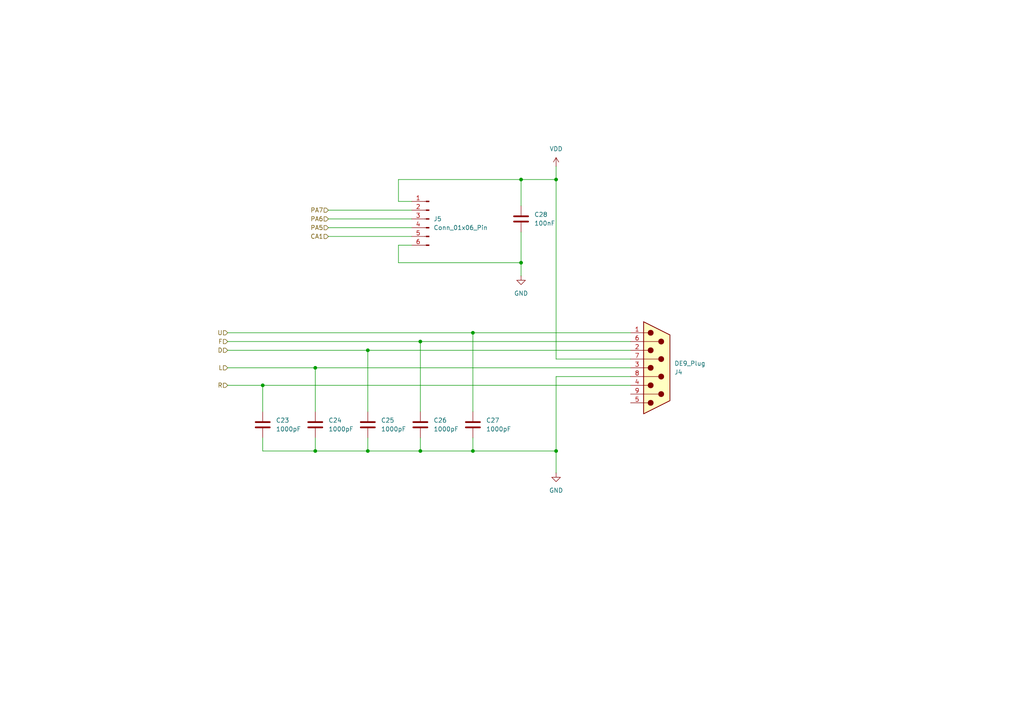
<source format=kicad_sch>
(kicad_sch
	(version 20231120)
	(generator "eeschema")
	(generator_version "8.0")
	(uuid "32322d67-646c-40bf-b73b-325a44e885a4")
	(paper "A4")
	(lib_symbols
		(symbol "Connector:Conn_01x06_Pin"
			(pin_names
				(offset 1.016) hide)
			(exclude_from_sim no)
			(in_bom yes)
			(on_board yes)
			(property "Reference" "J"
				(at 0 7.62 0)
				(effects
					(font
						(size 1.27 1.27)
					)
				)
			)
			(property "Value" "Conn_01x06_Pin"
				(at 0 -10.16 0)
				(effects
					(font
						(size 1.27 1.27)
					)
				)
			)
			(property "Footprint" ""
				(at 0 0 0)
				(effects
					(font
						(size 1.27 1.27)
					)
					(hide yes)
				)
			)
			(property "Datasheet" "~"
				(at 0 0 0)
				(effects
					(font
						(size 1.27 1.27)
					)
					(hide yes)
				)
			)
			(property "Description" "Generic connector, single row, 01x06, script generated"
				(at 0 0 0)
				(effects
					(font
						(size 1.27 1.27)
					)
					(hide yes)
				)
			)
			(property "ki_locked" ""
				(at 0 0 0)
				(effects
					(font
						(size 1.27 1.27)
					)
				)
			)
			(property "ki_keywords" "connector"
				(at 0 0 0)
				(effects
					(font
						(size 1.27 1.27)
					)
					(hide yes)
				)
			)
			(property "ki_fp_filters" "Connector*:*_1x??_*"
				(at 0 0 0)
				(effects
					(font
						(size 1.27 1.27)
					)
					(hide yes)
				)
			)
			(symbol "Conn_01x06_Pin_1_1"
				(polyline
					(pts
						(xy 1.27 -7.62) (xy 0.8636 -7.62)
					)
					(stroke
						(width 0.1524)
						(type default)
					)
					(fill
						(type none)
					)
				)
				(polyline
					(pts
						(xy 1.27 -5.08) (xy 0.8636 -5.08)
					)
					(stroke
						(width 0.1524)
						(type default)
					)
					(fill
						(type none)
					)
				)
				(polyline
					(pts
						(xy 1.27 -2.54) (xy 0.8636 -2.54)
					)
					(stroke
						(width 0.1524)
						(type default)
					)
					(fill
						(type none)
					)
				)
				(polyline
					(pts
						(xy 1.27 0) (xy 0.8636 0)
					)
					(stroke
						(width 0.1524)
						(type default)
					)
					(fill
						(type none)
					)
				)
				(polyline
					(pts
						(xy 1.27 2.54) (xy 0.8636 2.54)
					)
					(stroke
						(width 0.1524)
						(type default)
					)
					(fill
						(type none)
					)
				)
				(polyline
					(pts
						(xy 1.27 5.08) (xy 0.8636 5.08)
					)
					(stroke
						(width 0.1524)
						(type default)
					)
					(fill
						(type none)
					)
				)
				(rectangle
					(start 0.8636 -7.493)
					(end 0 -7.747)
					(stroke
						(width 0.1524)
						(type default)
					)
					(fill
						(type outline)
					)
				)
				(rectangle
					(start 0.8636 -4.953)
					(end 0 -5.207)
					(stroke
						(width 0.1524)
						(type default)
					)
					(fill
						(type outline)
					)
				)
				(rectangle
					(start 0.8636 -2.413)
					(end 0 -2.667)
					(stroke
						(width 0.1524)
						(type default)
					)
					(fill
						(type outline)
					)
				)
				(rectangle
					(start 0.8636 0.127)
					(end 0 -0.127)
					(stroke
						(width 0.1524)
						(type default)
					)
					(fill
						(type outline)
					)
				)
				(rectangle
					(start 0.8636 2.667)
					(end 0 2.413)
					(stroke
						(width 0.1524)
						(type default)
					)
					(fill
						(type outline)
					)
				)
				(rectangle
					(start 0.8636 5.207)
					(end 0 4.953)
					(stroke
						(width 0.1524)
						(type default)
					)
					(fill
						(type outline)
					)
				)
				(pin passive line
					(at 5.08 5.08 180)
					(length 3.81)
					(name "Pin_1"
						(effects
							(font
								(size 1.27 1.27)
							)
						)
					)
					(number "1"
						(effects
							(font
								(size 1.27 1.27)
							)
						)
					)
				)
				(pin passive line
					(at 5.08 2.54 180)
					(length 3.81)
					(name "Pin_2"
						(effects
							(font
								(size 1.27 1.27)
							)
						)
					)
					(number "2"
						(effects
							(font
								(size 1.27 1.27)
							)
						)
					)
				)
				(pin passive line
					(at 5.08 0 180)
					(length 3.81)
					(name "Pin_3"
						(effects
							(font
								(size 1.27 1.27)
							)
						)
					)
					(number "3"
						(effects
							(font
								(size 1.27 1.27)
							)
						)
					)
				)
				(pin passive line
					(at 5.08 -2.54 180)
					(length 3.81)
					(name "Pin_4"
						(effects
							(font
								(size 1.27 1.27)
							)
						)
					)
					(number "4"
						(effects
							(font
								(size 1.27 1.27)
							)
						)
					)
				)
				(pin passive line
					(at 5.08 -5.08 180)
					(length 3.81)
					(name "Pin_5"
						(effects
							(font
								(size 1.27 1.27)
							)
						)
					)
					(number "5"
						(effects
							(font
								(size 1.27 1.27)
							)
						)
					)
				)
				(pin passive line
					(at 5.08 -7.62 180)
					(length 3.81)
					(name "Pin_6"
						(effects
							(font
								(size 1.27 1.27)
							)
						)
					)
					(number "6"
						(effects
							(font
								(size 1.27 1.27)
							)
						)
					)
				)
			)
		)
		(symbol "Connector:DE9_Plug"
			(pin_names
				(offset 1.016) hide)
			(exclude_from_sim no)
			(in_bom yes)
			(on_board yes)
			(property "Reference" "J"
				(at 0 13.97 0)
				(effects
					(font
						(size 1.27 1.27)
					)
				)
			)
			(property "Value" "DE9_Plug"
				(at 0 -14.605 0)
				(effects
					(font
						(size 1.27 1.27)
					)
				)
			)
			(property "Footprint" ""
				(at 0 0 0)
				(effects
					(font
						(size 1.27 1.27)
					)
					(hide yes)
				)
			)
			(property "Datasheet" "~"
				(at 0 0 0)
				(effects
					(font
						(size 1.27 1.27)
					)
					(hide yes)
				)
			)
			(property "Description" "9-pin male plug pin D-SUB connector"
				(at 0 0 0)
				(effects
					(font
						(size 1.27 1.27)
					)
					(hide yes)
				)
			)
			(property "ki_keywords" "connector male plug D-SUB DB9"
				(at 0 0 0)
				(effects
					(font
						(size 1.27 1.27)
					)
					(hide yes)
				)
			)
			(property "ki_fp_filters" "DSUB*Male*"
				(at 0 0 0)
				(effects
					(font
						(size 1.27 1.27)
					)
					(hide yes)
				)
			)
			(symbol "DE9_Plug_0_1"
				(circle
					(center -1.778 -10.16)
					(radius 0.762)
					(stroke
						(width 0)
						(type default)
					)
					(fill
						(type outline)
					)
				)
				(circle
					(center -1.778 -5.08)
					(radius 0.762)
					(stroke
						(width 0)
						(type default)
					)
					(fill
						(type outline)
					)
				)
				(circle
					(center -1.778 0)
					(radius 0.762)
					(stroke
						(width 0)
						(type default)
					)
					(fill
						(type outline)
					)
				)
				(circle
					(center -1.778 5.08)
					(radius 0.762)
					(stroke
						(width 0)
						(type default)
					)
					(fill
						(type outline)
					)
				)
				(circle
					(center -1.778 10.16)
					(radius 0.762)
					(stroke
						(width 0)
						(type default)
					)
					(fill
						(type outline)
					)
				)
				(polyline
					(pts
						(xy -3.81 -10.16) (xy -2.54 -10.16)
					)
					(stroke
						(width 0)
						(type default)
					)
					(fill
						(type none)
					)
				)
				(polyline
					(pts
						(xy -3.81 -7.62) (xy 0.508 -7.62)
					)
					(stroke
						(width 0)
						(type default)
					)
					(fill
						(type none)
					)
				)
				(polyline
					(pts
						(xy -3.81 -5.08) (xy -2.54 -5.08)
					)
					(stroke
						(width 0)
						(type default)
					)
					(fill
						(type none)
					)
				)
				(polyline
					(pts
						(xy -3.81 -2.54) (xy 0.508 -2.54)
					)
					(stroke
						(width 0)
						(type default)
					)
					(fill
						(type none)
					)
				)
				(polyline
					(pts
						(xy -3.81 0) (xy -2.54 0)
					)
					(stroke
						(width 0)
						(type default)
					)
					(fill
						(type none)
					)
				)
				(polyline
					(pts
						(xy -3.81 2.54) (xy 0.508 2.54)
					)
					(stroke
						(width 0)
						(type default)
					)
					(fill
						(type none)
					)
				)
				(polyline
					(pts
						(xy -3.81 5.08) (xy -2.54 5.08)
					)
					(stroke
						(width 0)
						(type default)
					)
					(fill
						(type none)
					)
				)
				(polyline
					(pts
						(xy -3.81 7.62) (xy 0.508 7.62)
					)
					(stroke
						(width 0)
						(type default)
					)
					(fill
						(type none)
					)
				)
				(polyline
					(pts
						(xy -3.81 10.16) (xy -2.54 10.16)
					)
					(stroke
						(width 0)
						(type default)
					)
					(fill
						(type none)
					)
				)
				(polyline
					(pts
						(xy -3.81 -13.335) (xy -3.81 13.335) (xy 3.81 9.525) (xy 3.81 -9.525) (xy -3.81 -13.335)
					)
					(stroke
						(width 0.254)
						(type default)
					)
					(fill
						(type background)
					)
				)
				(circle
					(center 1.27 -7.62)
					(radius 0.762)
					(stroke
						(width 0)
						(type default)
					)
					(fill
						(type outline)
					)
				)
				(circle
					(center 1.27 -2.54)
					(radius 0.762)
					(stroke
						(width 0)
						(type default)
					)
					(fill
						(type outline)
					)
				)
				(circle
					(center 1.27 2.54)
					(radius 0.762)
					(stroke
						(width 0)
						(type default)
					)
					(fill
						(type outline)
					)
				)
				(circle
					(center 1.27 7.62)
					(radius 0.762)
					(stroke
						(width 0)
						(type default)
					)
					(fill
						(type outline)
					)
				)
			)
			(symbol "DE9_Plug_1_1"
				(pin passive line
					(at -7.62 -10.16 0)
					(length 3.81)
					(name "1"
						(effects
							(font
								(size 1.27 1.27)
							)
						)
					)
					(number "1"
						(effects
							(font
								(size 1.27 1.27)
							)
						)
					)
				)
				(pin passive line
					(at -7.62 -5.08 0)
					(length 3.81)
					(name "2"
						(effects
							(font
								(size 1.27 1.27)
							)
						)
					)
					(number "2"
						(effects
							(font
								(size 1.27 1.27)
							)
						)
					)
				)
				(pin passive line
					(at -7.62 0 0)
					(length 3.81)
					(name "3"
						(effects
							(font
								(size 1.27 1.27)
							)
						)
					)
					(number "3"
						(effects
							(font
								(size 1.27 1.27)
							)
						)
					)
				)
				(pin passive line
					(at -7.62 5.08 0)
					(length 3.81)
					(name "4"
						(effects
							(font
								(size 1.27 1.27)
							)
						)
					)
					(number "4"
						(effects
							(font
								(size 1.27 1.27)
							)
						)
					)
				)
				(pin passive line
					(at -7.62 10.16 0)
					(length 3.81)
					(name "5"
						(effects
							(font
								(size 1.27 1.27)
							)
						)
					)
					(number "5"
						(effects
							(font
								(size 1.27 1.27)
							)
						)
					)
				)
				(pin passive line
					(at -7.62 -7.62 0)
					(length 3.81)
					(name "6"
						(effects
							(font
								(size 1.27 1.27)
							)
						)
					)
					(number "6"
						(effects
							(font
								(size 1.27 1.27)
							)
						)
					)
				)
				(pin passive line
					(at -7.62 -2.54 0)
					(length 3.81)
					(name "7"
						(effects
							(font
								(size 1.27 1.27)
							)
						)
					)
					(number "7"
						(effects
							(font
								(size 1.27 1.27)
							)
						)
					)
				)
				(pin passive line
					(at -7.62 2.54 0)
					(length 3.81)
					(name "8"
						(effects
							(font
								(size 1.27 1.27)
							)
						)
					)
					(number "8"
						(effects
							(font
								(size 1.27 1.27)
							)
						)
					)
				)
				(pin passive line
					(at -7.62 7.62 0)
					(length 3.81)
					(name "9"
						(effects
							(font
								(size 1.27 1.27)
							)
						)
					)
					(number "9"
						(effects
							(font
								(size 1.27 1.27)
							)
						)
					)
				)
			)
		)
		(symbol "Device:C"
			(pin_numbers hide)
			(pin_names
				(offset 0.254)
			)
			(exclude_from_sim no)
			(in_bom yes)
			(on_board yes)
			(property "Reference" "C"
				(at 0.635 2.54 0)
				(effects
					(font
						(size 1.27 1.27)
					)
					(justify left)
				)
			)
			(property "Value" "C"
				(at 0.635 -2.54 0)
				(effects
					(font
						(size 1.27 1.27)
					)
					(justify left)
				)
			)
			(property "Footprint" ""
				(at 0.9652 -3.81 0)
				(effects
					(font
						(size 1.27 1.27)
					)
					(hide yes)
				)
			)
			(property "Datasheet" "~"
				(at 0 0 0)
				(effects
					(font
						(size 1.27 1.27)
					)
					(hide yes)
				)
			)
			(property "Description" "Unpolarized capacitor"
				(at 0 0 0)
				(effects
					(font
						(size 1.27 1.27)
					)
					(hide yes)
				)
			)
			(property "ki_keywords" "cap capacitor"
				(at 0 0 0)
				(effects
					(font
						(size 1.27 1.27)
					)
					(hide yes)
				)
			)
			(property "ki_fp_filters" "C_*"
				(at 0 0 0)
				(effects
					(font
						(size 1.27 1.27)
					)
					(hide yes)
				)
			)
			(symbol "C_0_1"
				(polyline
					(pts
						(xy -2.032 -0.762) (xy 2.032 -0.762)
					)
					(stroke
						(width 0.508)
						(type default)
					)
					(fill
						(type none)
					)
				)
				(polyline
					(pts
						(xy -2.032 0.762) (xy 2.032 0.762)
					)
					(stroke
						(width 0.508)
						(type default)
					)
					(fill
						(type none)
					)
				)
			)
			(symbol "C_1_1"
				(pin passive line
					(at 0 3.81 270)
					(length 2.794)
					(name "~"
						(effects
							(font
								(size 1.27 1.27)
							)
						)
					)
					(number "1"
						(effects
							(font
								(size 1.27 1.27)
							)
						)
					)
				)
				(pin passive line
					(at 0 -3.81 90)
					(length 2.794)
					(name "~"
						(effects
							(font
								(size 1.27 1.27)
							)
						)
					)
					(number "2"
						(effects
							(font
								(size 1.27 1.27)
							)
						)
					)
				)
			)
		)
		(symbol "power:GND"
			(power)
			(pin_numbers hide)
			(pin_names
				(offset 0) hide)
			(exclude_from_sim no)
			(in_bom yes)
			(on_board yes)
			(property "Reference" "#PWR"
				(at 0 -6.35 0)
				(effects
					(font
						(size 1.27 1.27)
					)
					(hide yes)
				)
			)
			(property "Value" "GND"
				(at 0 -3.81 0)
				(effects
					(font
						(size 1.27 1.27)
					)
				)
			)
			(property "Footprint" ""
				(at 0 0 0)
				(effects
					(font
						(size 1.27 1.27)
					)
					(hide yes)
				)
			)
			(property "Datasheet" ""
				(at 0 0 0)
				(effects
					(font
						(size 1.27 1.27)
					)
					(hide yes)
				)
			)
			(property "Description" "Power symbol creates a global label with name \"GND\" , ground"
				(at 0 0 0)
				(effects
					(font
						(size 1.27 1.27)
					)
					(hide yes)
				)
			)
			(property "ki_keywords" "global power"
				(at 0 0 0)
				(effects
					(font
						(size 1.27 1.27)
					)
					(hide yes)
				)
			)
			(symbol "GND_0_1"
				(polyline
					(pts
						(xy 0 0) (xy 0 -1.27) (xy 1.27 -1.27) (xy 0 -2.54) (xy -1.27 -1.27) (xy 0 -1.27)
					)
					(stroke
						(width 0)
						(type default)
					)
					(fill
						(type none)
					)
				)
			)
			(symbol "GND_1_1"
				(pin power_in line
					(at 0 0 270)
					(length 0)
					(name "~"
						(effects
							(font
								(size 1.27 1.27)
							)
						)
					)
					(number "1"
						(effects
							(font
								(size 1.27 1.27)
							)
						)
					)
				)
			)
		)
		(symbol "power:VDD"
			(power)
			(pin_names
				(offset 0)
			)
			(exclude_from_sim no)
			(in_bom yes)
			(on_board yes)
			(property "Reference" "#PWR"
				(at 0 -3.81 0)
				(effects
					(font
						(size 1.27 1.27)
					)
					(hide yes)
				)
			)
			(property "Value" "VDD"
				(at 0 3.81 0)
				(effects
					(font
						(size 1.27 1.27)
					)
				)
			)
			(property "Footprint" ""
				(at 0 0 0)
				(effects
					(font
						(size 1.27 1.27)
					)
					(hide yes)
				)
			)
			(property "Datasheet" ""
				(at 0 0 0)
				(effects
					(font
						(size 1.27 1.27)
					)
					(hide yes)
				)
			)
			(property "Description" "Power symbol creates a global label with name \"VDD\""
				(at 0 0 0)
				(effects
					(font
						(size 1.27 1.27)
					)
					(hide yes)
				)
			)
			(property "ki_keywords" "power-flag"
				(at 0 0 0)
				(effects
					(font
						(size 1.27 1.27)
					)
					(hide yes)
				)
			)
			(symbol "VDD_0_1"
				(polyline
					(pts
						(xy -0.762 1.27) (xy 0 2.54)
					)
					(stroke
						(width 0)
						(type default)
					)
					(fill
						(type none)
					)
				)
				(polyline
					(pts
						(xy 0 0) (xy 0 2.54)
					)
					(stroke
						(width 0)
						(type default)
					)
					(fill
						(type none)
					)
				)
				(polyline
					(pts
						(xy 0 2.54) (xy 0.762 1.27)
					)
					(stroke
						(width 0)
						(type default)
					)
					(fill
						(type none)
					)
				)
			)
			(symbol "VDD_1_1"
				(pin power_in line
					(at 0 0 90)
					(length 0) hide
					(name "VDD"
						(effects
							(font
								(size 1.27 1.27)
							)
						)
					)
					(number "1"
						(effects
							(font
								(size 1.27 1.27)
							)
						)
					)
				)
			)
		)
	)
	(junction
		(at 121.92 99.06)
		(diameter 0)
		(color 0 0 0 0)
		(uuid "05538883-1047-44cd-8200-15414146d2ea")
	)
	(junction
		(at 91.44 106.68)
		(diameter 0)
		(color 0 0 0 0)
		(uuid "19f9cb60-dad1-4532-9980-32ac40239d83")
	)
	(junction
		(at 161.29 130.81)
		(diameter 0)
		(color 0 0 0 0)
		(uuid "2862ec08-88a7-4388-87c0-a5e36d5de98d")
	)
	(junction
		(at 137.16 130.81)
		(diameter 0)
		(color 0 0 0 0)
		(uuid "3df6bc2e-8924-4d91-9a8a-69ac60d2f53f")
	)
	(junction
		(at 151.13 52.07)
		(diameter 0)
		(color 0 0 0 0)
		(uuid "40c53634-127e-4840-9036-9259ae9fc208")
	)
	(junction
		(at 106.68 101.6)
		(diameter 0)
		(color 0 0 0 0)
		(uuid "60fc2fc9-11e2-43b8-ba69-13d73b1232ff")
	)
	(junction
		(at 151.13 76.2)
		(diameter 0)
		(color 0 0 0 0)
		(uuid "7b34ac61-5abe-4281-8592-52af1aeb33ee")
	)
	(junction
		(at 161.29 52.07)
		(diameter 0)
		(color 0 0 0 0)
		(uuid "7be747e9-912a-4c2f-b1e2-af77692791a0")
	)
	(junction
		(at 121.92 130.81)
		(diameter 0)
		(color 0 0 0 0)
		(uuid "81bed9f9-ff2c-4b90-92e9-94e00bd6424f")
	)
	(junction
		(at 106.68 130.81)
		(diameter 0)
		(color 0 0 0 0)
		(uuid "9b9a365c-17bb-431b-9da6-37888d7b875f")
	)
	(junction
		(at 76.2 111.76)
		(diameter 0)
		(color 0 0 0 0)
		(uuid "9d51a564-7889-4095-a97b-263597e3caa4")
	)
	(junction
		(at 91.44 130.81)
		(diameter 0)
		(color 0 0 0 0)
		(uuid "a3b52a21-24a5-4b44-ab3a-5e3cb7c013ad")
	)
	(junction
		(at 137.16 96.52)
		(diameter 0)
		(color 0 0 0 0)
		(uuid "ab82d256-b944-4f12-ba71-2e18bd11bfc2")
	)
	(wire
		(pts
			(xy 121.92 130.81) (xy 137.16 130.81)
		)
		(stroke
			(width 0)
			(type default)
		)
		(uuid "02fe3f0b-2b68-4178-afaa-f180674f64eb")
	)
	(wire
		(pts
			(xy 182.88 109.22) (xy 161.29 109.22)
		)
		(stroke
			(width 0)
			(type default)
		)
		(uuid "0ce99ecb-de8d-4bf2-a411-327c0ed4d25f")
	)
	(wire
		(pts
			(xy 91.44 130.81) (xy 106.68 130.81)
		)
		(stroke
			(width 0)
			(type default)
		)
		(uuid "0fc26b89-7a41-4c4a-a4fa-89339b77e61a")
	)
	(wire
		(pts
			(xy 91.44 119.38) (xy 91.44 106.68)
		)
		(stroke
			(width 0)
			(type default)
		)
		(uuid "18d3267e-e309-4378-9b0a-adf1e3d7f3db")
	)
	(wire
		(pts
			(xy 76.2 130.81) (xy 76.2 127)
		)
		(stroke
			(width 0)
			(type default)
		)
		(uuid "1f6c9e05-cf73-49a8-b681-faa6dffa51ce")
	)
	(wire
		(pts
			(xy 182.88 99.06) (xy 121.92 99.06)
		)
		(stroke
			(width 0)
			(type default)
		)
		(uuid "2365ac97-2388-4839-a94b-c8118d36b8cb")
	)
	(wire
		(pts
			(xy 151.13 59.69) (xy 151.13 52.07)
		)
		(stroke
			(width 0)
			(type default)
		)
		(uuid "2e61f382-adec-4a58-aaa9-8f9cc26f363c")
	)
	(wire
		(pts
			(xy 161.29 130.81) (xy 161.29 137.16)
		)
		(stroke
			(width 0)
			(type default)
		)
		(uuid "3d255ebd-c75e-4344-8cc6-7c34b9bc089e")
	)
	(wire
		(pts
			(xy 119.38 68.58) (xy 95.25 68.58)
		)
		(stroke
			(width 0)
			(type default)
		)
		(uuid "3d6ff7bc-d11b-4775-8e07-4bf0a80d92cc")
	)
	(wire
		(pts
			(xy 161.29 109.22) (xy 161.29 130.81)
		)
		(stroke
			(width 0)
			(type default)
		)
		(uuid "43438f72-a7e6-43ca-8e3f-0d2ff3d31f9d")
	)
	(wire
		(pts
			(xy 161.29 104.14) (xy 182.88 104.14)
		)
		(stroke
			(width 0)
			(type default)
		)
		(uuid "45d2882c-f1fb-4787-bd4b-1832899671dc")
	)
	(wire
		(pts
			(xy 182.88 101.6) (xy 106.68 101.6)
		)
		(stroke
			(width 0)
			(type default)
		)
		(uuid "4c50a28a-56e8-434c-a0d7-f3a0f14185c9")
	)
	(wire
		(pts
			(xy 151.13 67.31) (xy 151.13 76.2)
		)
		(stroke
			(width 0)
			(type default)
		)
		(uuid "5374b5ff-80df-4266-803a-e3e829911077")
	)
	(wire
		(pts
			(xy 151.13 76.2) (xy 151.13 80.01)
		)
		(stroke
			(width 0)
			(type default)
		)
		(uuid "54639bac-4a59-4df2-85c4-fe5713f8536a")
	)
	(wire
		(pts
			(xy 182.88 96.52) (xy 137.16 96.52)
		)
		(stroke
			(width 0)
			(type default)
		)
		(uuid "5d1e62f6-175b-4ce7-a224-36138a9b2f77")
	)
	(wire
		(pts
			(xy 106.68 130.81) (xy 106.68 127)
		)
		(stroke
			(width 0)
			(type default)
		)
		(uuid "5e1d709a-520d-403d-a2ea-70d419a4480e")
	)
	(wire
		(pts
			(xy 106.68 101.6) (xy 66.04 101.6)
		)
		(stroke
			(width 0)
			(type default)
		)
		(uuid "63f470f7-2c2d-4d05-b320-dc3cd91580c8")
	)
	(wire
		(pts
			(xy 66.04 106.68) (xy 91.44 106.68)
		)
		(stroke
			(width 0)
			(type default)
		)
		(uuid "6821730a-7893-47ab-8d10-79fe81f8cede")
	)
	(wire
		(pts
			(xy 106.68 101.6) (xy 106.68 119.38)
		)
		(stroke
			(width 0)
			(type default)
		)
		(uuid "69b9ef74-e515-49d2-b5bc-1276a5fca614")
	)
	(wire
		(pts
			(xy 115.57 71.12) (xy 115.57 76.2)
		)
		(stroke
			(width 0)
			(type default)
		)
		(uuid "72e74590-e8fb-48fa-a78d-8f706d920cc8")
	)
	(wire
		(pts
			(xy 106.68 130.81) (xy 121.92 130.81)
		)
		(stroke
			(width 0)
			(type default)
		)
		(uuid "76d91b33-a801-4c7f-bc31-f9cd95458440")
	)
	(wire
		(pts
			(xy 76.2 130.81) (xy 91.44 130.81)
		)
		(stroke
			(width 0)
			(type default)
		)
		(uuid "8160c869-1c61-41da-84a4-7bca8195db70")
	)
	(wire
		(pts
			(xy 121.92 99.06) (xy 66.04 99.06)
		)
		(stroke
			(width 0)
			(type default)
		)
		(uuid "8254f00d-0ffd-4193-a841-fa47d55a984c")
	)
	(wire
		(pts
			(xy 76.2 111.76) (xy 66.04 111.76)
		)
		(stroke
			(width 0)
			(type default)
		)
		(uuid "8c673f89-a596-408e-90b1-adedba8f11f4")
	)
	(wire
		(pts
			(xy 121.92 130.81) (xy 121.92 127)
		)
		(stroke
			(width 0)
			(type default)
		)
		(uuid "8f27b6ca-0574-47b2-b8fa-8bfadfe7dfd2")
	)
	(wire
		(pts
			(xy 161.29 52.07) (xy 161.29 104.14)
		)
		(stroke
			(width 0)
			(type default)
		)
		(uuid "8fe1e932-7338-4eb8-a5ff-1813d46a9834")
	)
	(wire
		(pts
			(xy 119.38 60.96) (xy 95.25 60.96)
		)
		(stroke
			(width 0)
			(type default)
		)
		(uuid "8fe3e61e-f916-4df9-a7f2-8aac36d837a1")
	)
	(wire
		(pts
			(xy 91.44 106.68) (xy 182.88 106.68)
		)
		(stroke
			(width 0)
			(type default)
		)
		(uuid "9c1baa1a-90ab-447c-8565-a6dad9ad2434")
	)
	(wire
		(pts
			(xy 119.38 63.5) (xy 95.25 63.5)
		)
		(stroke
			(width 0)
			(type default)
		)
		(uuid "9d11e9fc-33f1-41d2-92aa-81c3b5e45bcf")
	)
	(wire
		(pts
			(xy 161.29 48.26) (xy 161.29 52.07)
		)
		(stroke
			(width 0)
			(type default)
		)
		(uuid "a9f6e7fa-889b-4054-a492-2615a05c9b8b")
	)
	(wire
		(pts
			(xy 119.38 71.12) (xy 115.57 71.12)
		)
		(stroke
			(width 0)
			(type default)
		)
		(uuid "b62200c4-871e-43d4-abd6-b10046fd9a4a")
	)
	(wire
		(pts
			(xy 151.13 52.07) (xy 115.57 52.07)
		)
		(stroke
			(width 0)
			(type default)
		)
		(uuid "b910c230-32ea-4d1d-a2ad-5184217ddb43")
	)
	(wire
		(pts
			(xy 76.2 111.76) (xy 76.2 119.38)
		)
		(stroke
			(width 0)
			(type default)
		)
		(uuid "c33b1efa-94d0-4c7e-8c7a-8b89a9379cb6")
	)
	(wire
		(pts
			(xy 137.16 96.52) (xy 137.16 119.38)
		)
		(stroke
			(width 0)
			(type default)
		)
		(uuid "c557eacf-dc1d-4390-b252-0cfdeb30097c")
	)
	(wire
		(pts
			(xy 115.57 52.07) (xy 115.57 58.42)
		)
		(stroke
			(width 0)
			(type default)
		)
		(uuid "caf8b20b-f7de-486e-8e2e-cf7376eb1910")
	)
	(wire
		(pts
			(xy 121.92 99.06) (xy 121.92 119.38)
		)
		(stroke
			(width 0)
			(type default)
		)
		(uuid "cf400a23-cd70-4f00-be00-516493af3136")
	)
	(wire
		(pts
			(xy 119.38 66.04) (xy 95.25 66.04)
		)
		(stroke
			(width 0)
			(type default)
		)
		(uuid "d0b3fb17-4879-4c60-a486-1d6e2cf90b1e")
	)
	(wire
		(pts
			(xy 151.13 52.07) (xy 161.29 52.07)
		)
		(stroke
			(width 0)
			(type default)
		)
		(uuid "d17da15a-e544-4ed3-bcb7-d4bd70218c8e")
	)
	(wire
		(pts
			(xy 182.88 111.76) (xy 76.2 111.76)
		)
		(stroke
			(width 0)
			(type default)
		)
		(uuid "d54ff4ae-9a10-4a79-80c6-4eb23105ab83")
	)
	(wire
		(pts
			(xy 91.44 130.81) (xy 91.44 127)
		)
		(stroke
			(width 0)
			(type default)
		)
		(uuid "d9142b6f-f041-48d3-b50b-f4bdd02381a7")
	)
	(wire
		(pts
			(xy 115.57 76.2) (xy 151.13 76.2)
		)
		(stroke
			(width 0)
			(type default)
		)
		(uuid "db4e3e7b-e772-4503-a822-230ef89f8b88")
	)
	(wire
		(pts
			(xy 137.16 130.81) (xy 161.29 130.81)
		)
		(stroke
			(width 0)
			(type default)
		)
		(uuid "ed4d21c3-8c96-4cf0-ac6b-3aedd6063181")
	)
	(wire
		(pts
			(xy 115.57 58.42) (xy 119.38 58.42)
		)
		(stroke
			(width 0)
			(type default)
		)
		(uuid "ee4da0af-f1f9-46a6-9049-7b41af1eb923")
	)
	(wire
		(pts
			(xy 137.16 96.52) (xy 66.04 96.52)
		)
		(stroke
			(width 0)
			(type default)
		)
		(uuid "f84222c5-0d26-4a51-8fa3-e6ce954cbb17")
	)
	(wire
		(pts
			(xy 137.16 130.81) (xy 137.16 127)
		)
		(stroke
			(width 0)
			(type default)
		)
		(uuid "fa03e2d4-5464-4d20-b375-2163b3e3b587")
	)
	(hierarchical_label "F"
		(shape input)
		(at 66.04 99.06 180)
		(effects
			(font
				(size 1.27 1.27)
			)
			(justify right)
		)
		(uuid "00a65332-3ab9-468d-9180-71700d7fb089")
	)
	(hierarchical_label "D"
		(shape input)
		(at 66.04 101.6 180)
		(effects
			(font
				(size 1.27 1.27)
			)
			(justify right)
		)
		(uuid "10512362-bd01-4620-925e-983c8f5fe633")
	)
	(hierarchical_label "U"
		(shape input)
		(at 66.04 96.52 180)
		(effects
			(font
				(size 1.27 1.27)
			)
			(justify right)
		)
		(uuid "51553177-4684-4abf-aa7d-0194f7237a47")
	)
	(hierarchical_label "L"
		(shape input)
		(at 66.04 106.68 180)
		(effects
			(font
				(size 1.27 1.27)
			)
			(justify right)
		)
		(uuid "9367b205-57c4-4098-90eb-e58b1041769e")
	)
	(hierarchical_label "PA7"
		(shape input)
		(at 95.25 60.96 180)
		(effects
			(font
				(size 1.27 1.27)
			)
			(justify right)
		)
		(uuid "a075532f-306e-439f-a818-e96369ed6e0f")
	)
	(hierarchical_label "PA5"
		(shape input)
		(at 95.25 66.04 180)
		(effects
			(font
				(size 1.27 1.27)
			)
			(justify right)
		)
		(uuid "b4e35df5-70e8-4ed7-b3e8-80b66f58108d")
	)
	(hierarchical_label "PA6"
		(shape input)
		(at 95.25 63.5 180)
		(effects
			(font
				(size 1.27 1.27)
			)
			(justify right)
		)
		(uuid "d0a2d1b8-6d6e-4db2-bd8e-bc37f4b4040c")
	)
	(hierarchical_label "CA1"
		(shape input)
		(at 95.25 68.58 180)
		(effects
			(font
				(size 1.27 1.27)
			)
			(justify right)
		)
		(uuid "e2417064-aee7-4132-bce7-831988d45194")
	)
	(hierarchical_label "R"
		(shape input)
		(at 66.04 111.76 180)
		(effects
			(font
				(size 1.27 1.27)
			)
			(justify right)
		)
		(uuid "e937d518-a2dd-4f05-96e6-199624a2a9e0")
	)
	(symbol
		(lib_id "power:VDD")
		(at 161.29 48.26 0)
		(unit 1)
		(exclude_from_sim no)
		(in_bom yes)
		(on_board yes)
		(dnp no)
		(fields_autoplaced yes)
		(uuid "1a55fe11-295e-40c8-9a47-fbefb85403a4")
		(property "Reference" "#PWR048"
			(at 161.29 52.07 0)
			(effects
				(font
					(size 1.27 1.27)
				)
				(hide yes)
			)
		)
		(property "Value" "VDD"
			(at 161.29 43.18 0)
			(effects
				(font
					(size 1.27 1.27)
				)
			)
		)
		(property "Footprint" ""
			(at 161.29 48.26 0)
			(effects
				(font
					(size 1.27 1.27)
				)
				(hide yes)
			)
		)
		(property "Datasheet" ""
			(at 161.29 48.26 0)
			(effects
				(font
					(size 1.27 1.27)
				)
				(hide yes)
			)
		)
		(property "Description" ""
			(at 161.29 48.26 0)
			(effects
				(font
					(size 1.27 1.27)
				)
				(hide yes)
			)
		)
		(pin "1"
			(uuid "a7917844-092b-4031-8705-940f5cf7ac86")
		)
		(instances
			(project "motorino-game"
				(path "/274414ab-1890-467f-a7af-4d612100a2a6/500f4337-6270-45e3-9f0a-adaebb8524c1"
					(reference "#PWR048")
					(unit 1)
				)
			)
		)
	)
	(symbol
		(lib_id "power:GND")
		(at 161.29 137.16 0)
		(unit 1)
		(exclude_from_sim no)
		(in_bom yes)
		(on_board yes)
		(dnp no)
		(fields_autoplaced yes)
		(uuid "1d74c477-a258-4c10-9ee3-68e1e1803b0b")
		(property "Reference" "#PWR049"
			(at 161.29 143.51 0)
			(effects
				(font
					(size 1.27 1.27)
				)
				(hide yes)
			)
		)
		(property "Value" "GND"
			(at 161.29 142.24 0)
			(effects
				(font
					(size 1.27 1.27)
				)
			)
		)
		(property "Footprint" ""
			(at 161.29 137.16 0)
			(effects
				(font
					(size 1.27 1.27)
				)
				(hide yes)
			)
		)
		(property "Datasheet" ""
			(at 161.29 137.16 0)
			(effects
				(font
					(size 1.27 1.27)
				)
				(hide yes)
			)
		)
		(property "Description" "Power symbol creates a global label with name \"GND\" , ground"
			(at 161.29 137.16 0)
			(effects
				(font
					(size 1.27 1.27)
				)
				(hide yes)
			)
		)
		(pin "1"
			(uuid "d88c0450-34fe-4e41-a161-352b56598ece")
		)
		(instances
			(project ""
				(path "/274414ab-1890-467f-a7af-4d612100a2a6/500f4337-6270-45e3-9f0a-adaebb8524c1"
					(reference "#PWR049")
					(unit 1)
				)
			)
		)
	)
	(symbol
		(lib_id "Device:C")
		(at 151.13 63.5 0)
		(unit 1)
		(exclude_from_sim no)
		(in_bom yes)
		(on_board yes)
		(dnp no)
		(fields_autoplaced yes)
		(uuid "24df4181-1029-41fd-baa7-e7e50f677d8c")
		(property "Reference" "C28"
			(at 154.94 62.2299 0)
			(effects
				(font
					(size 1.27 1.27)
				)
				(justify left)
			)
		)
		(property "Value" "100nF"
			(at 154.94 64.7699 0)
			(effects
				(font
					(size 1.27 1.27)
				)
				(justify left)
			)
		)
		(property "Footprint" "Capacitor_THT:C_Disc_D5.0mm_W2.5mm_P5.00mm"
			(at 152.0952 67.31 0)
			(effects
				(font
					(size 1.27 1.27)
				)
				(hide yes)
			)
		)
		(property "Datasheet" "~"
			(at 151.13 63.5 0)
			(effects
				(font
					(size 1.27 1.27)
				)
				(hide yes)
			)
		)
		(property "Description" ""
			(at 151.13 63.5 0)
			(effects
				(font
					(size 1.27 1.27)
				)
				(hide yes)
			)
		)
		(pin "1"
			(uuid "e932f4dc-5bb3-44ea-b37c-fb1cbc200928")
		)
		(pin "2"
			(uuid "3aec1d9f-2cb4-4e28-97c9-3e9f7607ed9f")
		)
		(instances
			(project "motorino-game"
				(path "/274414ab-1890-467f-a7af-4d612100a2a6/500f4337-6270-45e3-9f0a-adaebb8524c1"
					(reference "C28")
					(unit 1)
				)
			)
		)
	)
	(symbol
		(lib_id "Device:C")
		(at 137.16 123.19 0)
		(unit 1)
		(exclude_from_sim no)
		(in_bom yes)
		(on_board yes)
		(dnp no)
		(fields_autoplaced yes)
		(uuid "74fc5172-a849-48ed-a802-16322bcd6323")
		(property "Reference" "C27"
			(at 140.97 121.9199 0)
			(effects
				(font
					(size 1.27 1.27)
				)
				(justify left)
			)
		)
		(property "Value" "1000pF"
			(at 140.97 124.4599 0)
			(effects
				(font
					(size 1.27 1.27)
				)
				(justify left)
			)
		)
		(property "Footprint" "Capacitor_THT:C_Disc_D5.0mm_W2.5mm_P5.00mm"
			(at 138.1252 127 0)
			(effects
				(font
					(size 1.27 1.27)
				)
				(hide yes)
			)
		)
		(property "Datasheet" "~"
			(at 137.16 123.19 0)
			(effects
				(font
					(size 1.27 1.27)
				)
				(hide yes)
			)
		)
		(property "Description" "Unpolarized capacitor"
			(at 137.16 123.19 0)
			(effects
				(font
					(size 1.27 1.27)
				)
				(hide yes)
			)
		)
		(pin "2"
			(uuid "7affaa62-81c1-41e6-9237-95cfaf4c4e19")
		)
		(pin "1"
			(uuid "12dfa0a9-9849-4cab-9b06-bfea0d8983b3")
		)
		(instances
			(project "motorino-game"
				(path "/274414ab-1890-467f-a7af-4d612100a2a6/500f4337-6270-45e3-9f0a-adaebb8524c1"
					(reference "C27")
					(unit 1)
				)
			)
		)
	)
	(symbol
		(lib_id "Device:C")
		(at 91.44 123.19 0)
		(unit 1)
		(exclude_from_sim no)
		(in_bom yes)
		(on_board yes)
		(dnp no)
		(fields_autoplaced yes)
		(uuid "7537d147-412a-4a6c-8842-ed73ce0999ee")
		(property "Reference" "C24"
			(at 95.25 121.9199 0)
			(effects
				(font
					(size 1.27 1.27)
				)
				(justify left)
			)
		)
		(property "Value" "1000pF"
			(at 95.25 124.4599 0)
			(effects
				(font
					(size 1.27 1.27)
				)
				(justify left)
			)
		)
		(property "Footprint" "Capacitor_THT:C_Disc_D5.0mm_W2.5mm_P5.00mm"
			(at 92.4052 127 0)
			(effects
				(font
					(size 1.27 1.27)
				)
				(hide yes)
			)
		)
		(property "Datasheet" "~"
			(at 91.44 123.19 0)
			(effects
				(font
					(size 1.27 1.27)
				)
				(hide yes)
			)
		)
		(property "Description" "Unpolarized capacitor"
			(at 91.44 123.19 0)
			(effects
				(font
					(size 1.27 1.27)
				)
				(hide yes)
			)
		)
		(pin "2"
			(uuid "5445dad6-5af6-4571-b737-cb69aabf551e")
		)
		(pin "1"
			(uuid "86b47906-b09a-47f0-b9d1-bea0571a631f")
		)
		(instances
			(project "motorino-game"
				(path "/274414ab-1890-467f-a7af-4d612100a2a6/500f4337-6270-45e3-9f0a-adaebb8524c1"
					(reference "C24")
					(unit 1)
				)
			)
		)
	)
	(symbol
		(lib_id "Device:C")
		(at 106.68 123.19 0)
		(unit 1)
		(exclude_from_sim no)
		(in_bom yes)
		(on_board yes)
		(dnp no)
		(fields_autoplaced yes)
		(uuid "8c8c14f5-ce82-4c67-b278-07bcf134982a")
		(property "Reference" "C25"
			(at 110.49 121.9199 0)
			(effects
				(font
					(size 1.27 1.27)
				)
				(justify left)
			)
		)
		(property "Value" "1000pF"
			(at 110.49 124.4599 0)
			(effects
				(font
					(size 1.27 1.27)
				)
				(justify left)
			)
		)
		(property "Footprint" "Capacitor_THT:C_Disc_D5.0mm_W2.5mm_P5.00mm"
			(at 107.6452 127 0)
			(effects
				(font
					(size 1.27 1.27)
				)
				(hide yes)
			)
		)
		(property "Datasheet" "~"
			(at 106.68 123.19 0)
			(effects
				(font
					(size 1.27 1.27)
				)
				(hide yes)
			)
		)
		(property "Description" "Unpolarized capacitor"
			(at 106.68 123.19 0)
			(effects
				(font
					(size 1.27 1.27)
				)
				(hide yes)
			)
		)
		(pin "2"
			(uuid "e932666f-2638-4ecc-9e2d-62a0822a31d8")
		)
		(pin "1"
			(uuid "68daa812-54c2-4d15-bcfa-18d32a6322ec")
		)
		(instances
			(project "motorino-game"
				(path "/274414ab-1890-467f-a7af-4d612100a2a6/500f4337-6270-45e3-9f0a-adaebb8524c1"
					(reference "C25")
					(unit 1)
				)
			)
		)
	)
	(symbol
		(lib_id "power:GND")
		(at 151.13 80.01 0)
		(unit 1)
		(exclude_from_sim no)
		(in_bom yes)
		(on_board yes)
		(dnp no)
		(fields_autoplaced yes)
		(uuid "a06d6ab9-7514-4475-83dd-7da4550c7fb1")
		(property "Reference" "#PWR050"
			(at 151.13 86.36 0)
			(effects
				(font
					(size 1.27 1.27)
				)
				(hide yes)
			)
		)
		(property "Value" "GND"
			(at 151.13 85.09 0)
			(effects
				(font
					(size 1.27 1.27)
				)
			)
		)
		(property "Footprint" ""
			(at 151.13 80.01 0)
			(effects
				(font
					(size 1.27 1.27)
				)
				(hide yes)
			)
		)
		(property "Datasheet" ""
			(at 151.13 80.01 0)
			(effects
				(font
					(size 1.27 1.27)
				)
				(hide yes)
			)
		)
		(property "Description" "Power symbol creates a global label with name \"GND\" , ground"
			(at 151.13 80.01 0)
			(effects
				(font
					(size 1.27 1.27)
				)
				(hide yes)
			)
		)
		(pin "1"
			(uuid "7f201a66-2f1d-45dc-89af-0e0d51c10c4c")
		)
		(instances
			(project "motorino-game"
				(path "/274414ab-1890-467f-a7af-4d612100a2a6/500f4337-6270-45e3-9f0a-adaebb8524c1"
					(reference "#PWR050")
					(unit 1)
				)
			)
		)
	)
	(symbol
		(lib_id "Connector:DE9_Plug")
		(at 190.5 106.68 0)
		(mirror x)
		(unit 1)
		(exclude_from_sim no)
		(in_bom yes)
		(on_board yes)
		(dnp no)
		(fields_autoplaced yes)
		(uuid "c2060add-d884-4606-824c-7bcb257d4fc2")
		(property "Reference" "J4"
			(at 195.58 107.9501 0)
			(effects
				(font
					(size 1.27 1.27)
				)
				(justify left)
			)
		)
		(property "Value" "DE9_Plug"
			(at 195.58 105.4101 0)
			(effects
				(font
					(size 1.27 1.27)
				)
				(justify left)
			)
		)
		(property "Footprint" "Connector_Dsub:DSUB-9_Male_Horizontal_P2.77x2.84mm_EdgePinOffset9.90mm_Housed_MountingHolesOffset11.32mm"
			(at 190.5 106.68 0)
			(effects
				(font
					(size 1.27 1.27)
				)
				(hide yes)
			)
		)
		(property "Datasheet" "~"
			(at 190.5 106.68 0)
			(effects
				(font
					(size 1.27 1.27)
				)
				(hide yes)
			)
		)
		(property "Description" "9-pin male plug pin D-SUB connector"
			(at 190.5 106.68 0)
			(effects
				(font
					(size 1.27 1.27)
				)
				(hide yes)
			)
		)
		(pin "3"
			(uuid "dd2d5f83-1964-455f-a9e0-297b64c30b68")
		)
		(pin "1"
			(uuid "afb6e5ef-b0d3-4fc8-a27d-9ca924ea861d")
		)
		(pin "2"
			(uuid "c949f6e2-6bc7-41bd-aa89-ea2ed3a549e0")
		)
		(pin "9"
			(uuid "f0ebc875-22ed-4a64-b041-69843dabca1f")
		)
		(pin "4"
			(uuid "a5c1cbf6-996e-435f-ac58-6381878c19b4")
		)
		(pin "8"
			(uuid "b8c19a58-cf78-4632-9832-f54438268c68")
		)
		(pin "6"
			(uuid "3768403a-22d2-4c85-8ead-c047c99c2071")
		)
		(pin "7"
			(uuid "bb2124d4-49cc-428d-9422-9dcbf6f7cc0c")
		)
		(pin "5"
			(uuid "fd694bfd-64e8-472e-b917-44565ff55c72")
		)
		(instances
			(project ""
				(path "/274414ab-1890-467f-a7af-4d612100a2a6/500f4337-6270-45e3-9f0a-adaebb8524c1"
					(reference "J4")
					(unit 1)
				)
			)
		)
	)
	(symbol
		(lib_id "Connector:Conn_01x06_Pin")
		(at 124.46 63.5 0)
		(mirror y)
		(unit 1)
		(exclude_from_sim no)
		(in_bom yes)
		(on_board yes)
		(dnp no)
		(fields_autoplaced yes)
		(uuid "ce741ffb-46d7-4645-bf2c-fa203335f294")
		(property "Reference" "J5"
			(at 125.73 63.4999 0)
			(effects
				(font
					(size 1.27 1.27)
				)
				(justify right)
			)
		)
		(property "Value" "Conn_01x06_Pin"
			(at 125.73 66.0399 0)
			(effects
				(font
					(size 1.27 1.27)
				)
				(justify right)
			)
		)
		(property "Footprint" "Connector_PinHeader_2.54mm:PinHeader_1x06_P2.54mm_Vertical"
			(at 124.46 63.5 0)
			(effects
				(font
					(size 1.27 1.27)
				)
				(hide yes)
			)
		)
		(property "Datasheet" "~"
			(at 124.46 63.5 0)
			(effects
				(font
					(size 1.27 1.27)
				)
				(hide yes)
			)
		)
		(property "Description" "Generic connector, single row, 01x06, script generated"
			(at 124.46 63.5 0)
			(effects
				(font
					(size 1.27 1.27)
				)
				(hide yes)
			)
		)
		(pin "4"
			(uuid "e3cd1278-4bd9-4c38-b42f-668960cce8a5")
		)
		(pin "1"
			(uuid "1ecaba97-6b67-46e8-8d2f-f52ebdb6e350")
		)
		(pin "6"
			(uuid "99aac008-ff58-4ed8-ba42-a4934b0d1bbf")
		)
		(pin "2"
			(uuid "8a6671c4-414c-4b78-b6ff-7b501e919327")
		)
		(pin "3"
			(uuid "a8925c4c-af21-4546-8698-0eacc61a7710")
		)
		(pin "5"
			(uuid "19fceb28-639f-4105-b460-65402f1efdee")
		)
		(instances
			(project ""
				(path "/274414ab-1890-467f-a7af-4d612100a2a6/500f4337-6270-45e3-9f0a-adaebb8524c1"
					(reference "J5")
					(unit 1)
				)
			)
		)
	)
	(symbol
		(lib_id "Device:C")
		(at 121.92 123.19 0)
		(unit 1)
		(exclude_from_sim no)
		(in_bom yes)
		(on_board yes)
		(dnp no)
		(fields_autoplaced yes)
		(uuid "d37a99ba-1e77-478d-a0b7-091773751423")
		(property "Reference" "C26"
			(at 125.73 121.9199 0)
			(effects
				(font
					(size 1.27 1.27)
				)
				(justify left)
			)
		)
		(property "Value" "1000pF"
			(at 125.73 124.4599 0)
			(effects
				(font
					(size 1.27 1.27)
				)
				(justify left)
			)
		)
		(property "Footprint" "Capacitor_THT:C_Disc_D5.0mm_W2.5mm_P5.00mm"
			(at 122.8852 127 0)
			(effects
				(font
					(size 1.27 1.27)
				)
				(hide yes)
			)
		)
		(property "Datasheet" "~"
			(at 121.92 123.19 0)
			(effects
				(font
					(size 1.27 1.27)
				)
				(hide yes)
			)
		)
		(property "Description" "Unpolarized capacitor"
			(at 121.92 123.19 0)
			(effects
				(font
					(size 1.27 1.27)
				)
				(hide yes)
			)
		)
		(pin "2"
			(uuid "34832f39-9522-4869-ac12-9ea7f3e2b32a")
		)
		(pin "1"
			(uuid "8d50bbbe-9055-4722-bae0-073b8d58e91d")
		)
		(instances
			(project "motorino-game"
				(path "/274414ab-1890-467f-a7af-4d612100a2a6/500f4337-6270-45e3-9f0a-adaebb8524c1"
					(reference "C26")
					(unit 1)
				)
			)
		)
	)
	(symbol
		(lib_id "Device:C")
		(at 76.2 123.19 0)
		(unit 1)
		(exclude_from_sim no)
		(in_bom yes)
		(on_board yes)
		(dnp no)
		(fields_autoplaced yes)
		(uuid "fdd8110d-afb4-46e0-9411-f45ce6bb922d")
		(property "Reference" "C23"
			(at 80.01 121.9199 0)
			(effects
				(font
					(size 1.27 1.27)
				)
				(justify left)
			)
		)
		(property "Value" "1000pF"
			(at 80.01 124.4599 0)
			(effects
				(font
					(size 1.27 1.27)
				)
				(justify left)
			)
		)
		(property "Footprint" "Capacitor_THT:C_Disc_D5.0mm_W2.5mm_P5.00mm"
			(at 77.1652 127 0)
			(effects
				(font
					(size 1.27 1.27)
				)
				(hide yes)
			)
		)
		(property "Datasheet" "~"
			(at 76.2 123.19 0)
			(effects
				(font
					(size 1.27 1.27)
				)
				(hide yes)
			)
		)
		(property "Description" "Unpolarized capacitor"
			(at 76.2 123.19 0)
			(effects
				(font
					(size 1.27 1.27)
				)
				(hide yes)
			)
		)
		(pin "2"
			(uuid "2dd092e5-5fba-413b-9a23-2d33e2aded21")
		)
		(pin "1"
			(uuid "ff974d16-fe89-4566-bde2-f0f3456231ef")
		)
		(instances
			(project ""
				(path "/274414ab-1890-467f-a7af-4d612100a2a6/500f4337-6270-45e3-9f0a-adaebb8524c1"
					(reference "C23")
					(unit 1)
				)
			)
		)
	)
)

</source>
